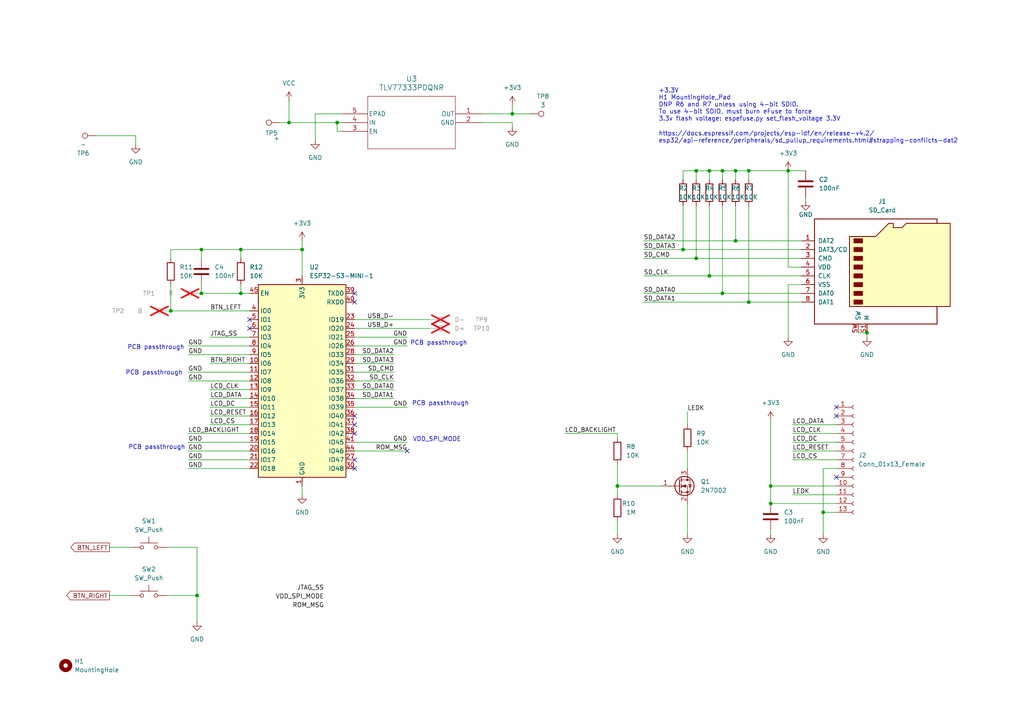
<source format=kicad_sch>
(kicad_sch (version 20250114) (generator "eeschema") (generator_version "9.0")
  (paper "A4")
  (lib_symbols
    (symbol "Connector:Conn_01x13_Female" (pin_names (offset 1.016) (hide yes))
      (property "Reference" "J" (at 0 17.78 0))
      (property "Value" "Conn_01x13_Female" (at 0 -17.78 0))
      (symbol "Conn_01x13_Female_1_1"
        (polyline (pts (xy -1.27 15.24) (xy -0.508 15.24)) (stroke (width 0.1524)))
        (polyline (pts (xy -1.27 12.7) (xy -0.508 12.7)) (stroke (width 0.1524)))
        (polyline (pts (xy -1.27 10.16) (xy -0.508 10.16)) (stroke (width 0.1524)))
        (polyline (pts (xy -1.27 7.62) (xy -0.508 7.62)) (stroke (width 0.1524)))
        (polyline (pts (xy -1.27 5.08) (xy -0.508 5.08)) (stroke (width 0.1524)))
        (polyline (pts (xy -1.27 2.54) (xy -0.508 2.54)) (stroke (width 0.1524)))
        (polyline (pts (xy -1.27 0) (xy -0.508 0)) (stroke (width 0.1524)))
        (polyline (pts (xy -1.27 -2.54) (xy -0.508 -2.54)) (stroke (width 0.1524)))
        (polyline (pts (xy -1.27 -5.08) (xy -0.508 -5.08)) (stroke (width 0.1524)))
        (polyline (pts (xy -1.27 -7.62) (xy -0.508 -7.62)) (stroke (width 0.1524)))
        (polyline (pts (xy -1.27 -10.16) (xy -0.508 -10.16)) (stroke (width 0.1524)))
        (polyline (pts (xy -1.27 -12.7) (xy -0.508 -12.7)) (stroke (width 0.1524)))
        (polyline (pts (xy -1.27 -15.24) (xy -0.508 -15.24)) (stroke (width 0.1524)))
        (arc (start 0 14.732) (mid -0.5058 15.24) (end 0 15.748) (stroke (width 0.1524)))
        (arc (start 0 12.192) (mid -0.5058 12.7) (end 0 13.208) (stroke (width 0.1524)))
        (arc (start 0 9.652) (mid -0.5058 10.16) (end 0 10.668) (stroke (width 0.1524)))
        (arc (start 0 7.112) (mid -0.5058 7.62) (end 0 8.128) (stroke (width 0.1524)))
        (arc (start 0 4.572) (mid -0.5058 5.08) (end 0 5.588) (stroke (width 0.1524)))
        (arc (start 0 2.032) (mid -0.5058 2.54) (end 0 3.048) (stroke (width 0.1524)))
        (arc (start 0 -0.508) (mid -0.5058 0) (end 0 0.508) (stroke (width 0.1524)))
        (arc (start 0 -3.048) (mid -0.5058 -2.54) (end 0 -2.032) (stroke (width 0.1524)))
        (arc (start 0 -5.588) (mid -0.5058 -5.08) (end 0 -4.572) (stroke (width 0.1524)))
        (arc (start 0 -8.128) (mid -0.5058 -7.62) (end 0 -7.112) (stroke (width 0.1524)))
        (arc (start 0 -10.668) (mid -0.5058 -10.16) (end 0 -9.652) (stroke (width 0.1524)))
        (arc (start 0 -13.208) (mid -0.5058 -12.7) (end 0 -12.192) (stroke (width 0.1524)))
        (arc (start 0 -15.748) (mid -0.5058 -15.24) (end 0 -14.732) (stroke (width 0.1524)))
        (pin passive line (at -5.08 15.24 0) (length 3.81) (name "Pin_1") (number "1"))
        (pin passive line (at -5.08 12.7 0) (length 3.81) (name "Pin_2") (number "2"))
        (pin passive line (at -5.08 10.16 0) (length 3.81) (name "Pin_3") (number "3"))
        (pin passive line (at -5.08 7.62 0) (length 3.81) (name "Pin_4") (number "4"))
        (pin passive line (at -5.08 5.08 0) (length 3.81) (name "Pin_5") (number "5"))
        (pin passive line (at -5.08 2.54 0) (length 3.81) (name "Pin_6") (number "6"))
        (pin passive line (at -5.08 0 0) (length 3.81) (name "Pin_7") (number "7"))
        (pin passive line (at -5.08 -2.54 0) (length 3.81) (name "Pin_8") (number "8"))
        (pin passive line (at -5.08 -5.08 0) (length 3.81) (name "Pin_9") (number "9"))
        (pin passive line (at -5.08 -7.62 0) (length 3.81) (name "Pin_10") (number "10"))
        (pin passive line (at -5.08 -10.16 0) (length 3.81) (name "Pin_11") (number "11"))
        (pin passive line (at -5.08 -12.7 0) (length 3.81) (name "Pin_12") (number "12"))
        (pin passive line (at -5.08 -15.24 0) (length 3.81) (name "Pin_13") (number "13"))
      )
    )
    (symbol "Connector:Micro_SD_Card" (pin_names (offset 1.016))
      (property "Reference" "J" (at -16.51 15.24 0))
      (property "Value" "Micro_SD_Card" (at 16.51 15.24 0))
      (symbol "Micro_SD_Card_0_1"
        (polyline (pts (xy -8.89 -11.43) (xy -8.89 8.89) (xy -1.27 8.89) (xy 2.54 12.7) (xy 3.81 12.7) (xy 3.81 11.43) (xy 6.35 11.43) (xy 7.62 12.7) (xy 20.32 12.7) (xy 20.32 -11.43) (xy -8.89 -11.43)) (stroke (width 0.254)) (fill (type background)))
        (rectangle (start -7.62 8.255) (end -5.08 6.985) (fill (type outline)))
        (rectangle (start -7.62 5.715) (end -5.08 4.445) (fill (type outline)))
        (rectangle (start -7.62 3.175) (end -5.08 1.905) (fill (type outline)))
        (rectangle (start -7.62 0.635) (end -5.08 -0.635) (fill (type outline)))
        (rectangle (start -7.62 -1.905) (end -5.08 -3.175) (fill (type outline)))
        (rectangle (start -7.62 -4.445) (end -5.08 -5.715) (fill (type outline)))
        (rectangle (start -7.62 -6.985) (end -5.08 -8.255) (fill (type outline)))
        (rectangle (start -7.62 -9.525) (end -5.08 -10.795) (fill (type outline)))
        (polyline (pts (xy 16.51 12.7) (xy 16.51 13.97) (xy -19.05 13.97) (xy -19.05 -16.51) (xy 16.51 -16.51) (xy 16.51 -11.43)) (stroke (width 0.254)))
      )
      (symbol "Micro_SD_Card_1_1"
        (pin bidirectional line (at -22.86 7.62 0) (length 3.81) (name "DAT2") (number "1"))
        (pin bidirectional line (at -22.86 5.08 0) (length 3.81) (name "DAT3/CD") (number "2"))
        (pin input line (at -22.86 2.54 0) (length 3.81) (name "CMD") (number "3"))
        (pin power_in line (at -22.86 0 0) (length 3.81) (name "VDD") (number "4"))
        (pin input line (at -22.86 -2.54 0) (length 3.81) (name "CLK") (number "5"))
        (pin power_in line (at -22.86 -5.08 0) (length 3.81) (name "VSS") (number "6"))
        (pin bidirectional line (at -22.86 -7.62 0) (length 3.81) (name "DAT0") (number "7"))
        (pin bidirectional line (at -22.86 -10.16 0) (length 3.81) (name "DAT1") (number "8"))
        (pin passive line (at -6.35 -19.05 90) (length 2.54) (name "SW") (number "SW"))
        (pin passive line (at -3.81 -19.05 90) (length 2.54) (name "M") (number "S1"))
        (pin passive line (at -3.81 -19.05 90) (length 2.54) (hide yes) (name "M") (number "S2"))
        (pin passive line (at -3.81 -19.05 90) (length 2.54) (hide yes) (name "M") (number "S3"))
        (pin passive line (at -3.81 -19.05 90) (length 2.54) (hide yes) (name "M") (number "S4"))
      )
    )
    (symbol "Connector:TestPoint" (pin_numbers (hide yes)) (pin_names (offset 0.762) (hide yes))
      (property "Reference" "TP" (at 0 6.858 0))
      (property "Value" "TestPoint" (at 0 5.08 0))
      (symbol "TestPoint_0_1"
        (circle (center 0 3.302) (radius 0.762))
      )
      (symbol "TestPoint_1_1"
        (pin passive line (at 0 0 90) (length 2.54) (name "1") (number "1"))
      )
    )
    (symbol "Device:C" (pin_numbers (hide yes)) (pin_names (offset 0.254))
      (property "Reference" "C" (at 0.635 2.54 0))
      (property "Value" "C" (at 0.635 -2.54 0))
      (symbol "C_0_1"
        (polyline (pts (xy -2.032 0.762) (xy 2.032 0.762)) (stroke (width 0.508)))
        (polyline (pts (xy -2.032 -0.762) (xy 2.032 -0.762)) (stroke (width 0.508)))
      )
      (symbol "C_1_1"
        (pin passive line (at 0 3.81 270) (length 2.794) (name "~") (number "1"))
        (pin passive line (at 0 -3.81 90) (length 2.794) (name "~") (number "2"))
      )
    )
    (symbol "Device:R" (pin_numbers (hide yes)) (pin_names (offset 0))
      (property "Reference" "R" (at 2.032 0 90))
      (property "Value" "R" (at 0 0 90))
      (symbol "R_0_1"
        (rectangle (start -1.016 -2.54) (end 1.016 2.54) (stroke (width 0.254)))
      )
      (symbol "R_1_1"
        (pin passive line (at 0 3.81 270) (length 1.27) (name "~") (number "1"))
        (pin passive line (at 0 -3.81 90) (length 1.27) (name "~") (number "2"))
      )
    )
    (symbol "Mechanical:MountingHole" (pin_names (offset 1.016))
      (property "Reference" "H" (at 0 5.08 0))
      (property "Value" "MountingHole" (at 0 3.175 0))
      (symbol "MountingHole_0_1"
        (circle (center 0 0) (radius 1.27) (stroke (width 1.27)))
      )
    )
    (symbol "RF_Module:ESP32-S3-MINI-1"
      (property "Reference" "U" (at -11.43 29.21 0))
      (property "Value" "ESP32-S3-MINI-1" (at 12.7 29.21 0))
      (symbol "ESP32-S3-MINI-1_0_1"
        (rectangle (start -12.7 27.94) (end 12.7 -27.94) (stroke (width 0.254)) (fill (type background)))
      )
      (symbol "ESP32-S3-MINI-1_1_1"
        (pin input line (at -15.24 25.4 0) (length 2.54) (name "EN") (number "45"))
        (pin bidirectional line (at -15.24 20.32 0) (length 2.54) (name "IO0") (number "4"))
        (pin bidirectional line (at -15.24 17.78 0) (length 2.54) (name "IO1") (number "5"))
        (pin bidirectional line (at -15.24 15.24 0) (length 2.54) (name "IO2") (number "6"))
        (pin bidirectional line (at -15.24 12.7 0) (length 2.54) (name "IO3") (number "7"))
        (pin bidirectional line (at -15.24 10.16 0) (length 2.54) (name "IO4") (number "8"))
        (pin bidirectional line (at -15.24 7.62 0) (length 2.54) (name "IO5") (number "9"))
        (pin bidirectional line (at -15.24 5.08 0) (length 2.54) (name "IO6") (number "10"))
        (pin bidirectional line (at -15.24 2.54 0) (length 2.54) (name "IO7") (number "11"))
        (pin bidirectional line (at -15.24 0 0) (length 2.54) (name "IO8") (number "12"))
        (pin bidirectional line (at -15.24 -2.54 0) (length 2.54) (name "IO9") (number "13"))
        (pin bidirectional line (at -15.24 -5.08 0) (length 2.54) (name "IO10") (number "14"))
        (pin bidirectional line (at -15.24 -7.62 0) (length 2.54) (name "IO11") (number "15"))
        (pin bidirectional line (at -15.24 -10.16 0) (length 2.54) (name "IO12") (number "16"))
        (pin bidirectional line (at -15.24 -12.7 0) (length 2.54) (name "IO13") (number "17"))
        (pin bidirectional line (at -15.24 -15.24 0) (length 2.54) (name "IO14") (number "18"))
        (pin bidirectional line (at -15.24 -17.78 0) (length 2.54) (name "IO15") (number "19"))
        (pin bidirectional line (at -15.24 -20.32 0) (length 2.54) (name "IO16") (number "20"))
        (pin bidirectional line (at -15.24 -22.86 0) (length 2.54) (name "IO17") (number "21"))
        (pin bidirectional line (at -15.24 -25.4 0) (length 2.54) (name "IO18") (number "22"))
        (pin power_in line (at 0 30.48 270) (length 2.54) (name "3V3") (number "3"))
        (pin power_in line (at 0 -30.48 90) (length 2.54) (name "GND") (number "1"))
        (pin passive line (at 0 -30.48 90) (length 2.54) (hide yes) (name "GND") (number "2"))
        (pin passive line (at 0 -30.48 90) (length 2.54) (hide yes) (name "GND") (number "42"))
        (pin passive line (at 0 -30.48 90) (length 2.54) (hide yes) (name "GND") (number "43"))
        (pin passive line (at 0 -30.48 90) (length 2.54) (hide yes) (name "GND") (number "46"))
        (pin passive line (at 0 -30.48 90) (length 2.54) (hide yes) (name "GND") (number "47"))
        (pin passive line (at 0 -30.48 90) (length 2.54) (hide yes) (name "GND") (number "48"))
        (pin passive line (at 0 -30.48 90) (length 2.54) (hide yes) (name "GND") (number "49"))
        (pin passive line (at 0 -30.48 90) (length 2.54) (hide yes) (name "GND") (number "50"))
        (pin passive line (at 0 -30.48 90) (length 2.54) (hide yes) (name "GND") (number "51"))
        (pin passive line (at 0 -30.48 90) (length 2.54) (hide yes) (name "GND") (number "52"))
        (pin passive line (at 0 -30.48 90) (length 2.54) (hide yes) (name "GND") (number "53"))
        (pin passive line (at 0 -30.48 90) (length 2.54) (hide yes) (name "GND") (number "54"))
        (pin passive line (at 0 -30.48 90) (length 2.54) (hide yes) (name "GND") (number "55"))
        (pin passive line (at 0 -30.48 90) (length 2.54) (hide yes) (name "GND") (number "56"))
        (pin passive line (at 0 -30.48 90) (length 2.54) (hide yes) (name "GND") (number "57"))
        (pin passive line (at 0 -30.48 90) (length 2.54) (hide yes) (name "GND") (number "58"))
        (pin passive line (at 0 -30.48 90) (length 2.54) (hide yes) (name "GND") (number "59"))
        (pin passive line (at 0 -30.48 90) (length 2.54) (hide yes) (name "GND") (number "60"))
        (pin passive line (at 0 -30.48 90) (length 2.54) (hide yes) (name "GND") (number "61"))
        (pin passive line (at 0 -30.48 90) (length 2.54) (hide yes) (name "GND") (number "62"))
        (pin passive line (at 0 -30.48 90) (length 2.54) (hide yes) (name "GND") (number "63"))
        (pin passive line (at 0 -30.48 90) (length 2.54) (hide yes) (name "GND") (number "64"))
        (pin passive line (at 0 -30.48 90) (length 2.54) (hide yes) (name "GND") (number "65"))
        (pin bidirectional line (at 15.24 25.4 180) (length 2.54) (name "TXD0") (number "39"))
        (pin bidirectional line (at 15.24 22.86 180) (length 2.54) (name "RXD0") (number "40"))
        (pin bidirectional line (at 15.24 17.78 180) (length 2.54) (name "IO19") (number "23"))
        (pin bidirectional line (at 15.24 15.24 180) (length 2.54) (name "IO20") (number "24"))
        (pin bidirectional line (at 15.24 12.7 180) (length 2.54) (name "IO21") (number "25"))
        (pin bidirectional line (at 15.24 10.16 180) (length 2.54) (name "IO26") (number "26"))
        (pin bidirectional line (at 15.24 7.62 180) (length 2.54) (name "IO33") (number "28"))
        (pin bidirectional line (at 15.24 5.08 180) (length 2.54) (name "IO34") (number "29"))
        (pin bidirectional line (at 15.24 2.54 180) (length 2.54) (name "IO35") (number "31"))
        (pin bidirectional line (at 15.24 0 180) (length 2.54) (name "IO36") (number "32"))
        (pin bidirectional line (at 15.24 -2.54 180) (length 2.54) (name "IO37") (number "33"))
        (pin bidirectional line (at 15.24 -5.08 180) (length 2.54) (name "IO38") (number "34"))
        (pin bidirectional line (at 15.24 -7.62 180) (length 2.54) (name "IO39") (number "35"))
        (pin bidirectional line (at 15.24 -10.16 180) (length 2.54) (name "IO40") (number "36"))
        (pin bidirectional line (at 15.24 -12.7 180) (length 2.54) (name "IO41") (number "37"))
        (pin bidirectional line (at 15.24 -15.24 180) (length 2.54) (name "IO42") (number "38"))
        (pin bidirectional line (at 15.24 -17.78 180) (length 2.54) (name "IO45") (number "41"))
        (pin bidirectional line (at 15.24 -20.32 180) (length 2.54) (name "IO46") (number "44"))
        (pin bidirectional line (at 15.24 -22.86 180) (length 2.54) (name "IO47") (number "27"))
        (pin bidirectional line (at 15.24 -25.4 180) (length 2.54) (name "IO48") (number "30"))
      )
    )
    (symbol "Regulator_Linear - TLV773:TLV77333PDQNR" (pin_names (offset 0.254))
      (property "Reference" "U" (at 20.32 10.16 0))
      (property "Value" "TLV77333PDQNR" (at 20.32 7.62 0))
      (symbol "TLV77333PDQNR_0_1"
        (polyline (pts (xy 7.62 5.08) (xy 7.62 -10.16)) (stroke (width 0.127)))
        (polyline (pts (xy 7.62 -10.16) (xy 33.02 -10.16)) (stroke (width 0.127)))
        (polyline (pts (xy 33.02 5.08) (xy 7.62 5.08)) (stroke (width 0.127)))
        (polyline (pts (xy 33.02 -10.16) (xy 33.02 5.08)) (stroke (width 0.127)))
        (pin output line (at 0 0 0) (length 7.62) (name "OUT") (number "1"))
        (pin power_out line (at 0 -2.54 0) (length 7.62) (name "GND") (number "2"))
        (pin power_out line (at 40.64 0 180) (length 7.62) (name "EPAD") (number "5"))
        (pin input line (at 40.64 -2.54 180) (length 7.62) (name "IN") (number "4"))
        (pin input line (at 40.64 -5.08 180) (length 7.62) (name "EN") (number "3"))
      )
    )
    (symbol "Switch:SW_Push" (pin_numbers (hide yes)) (pin_names (offset 1.016) (hide yes))
      (property "Reference" "SW" (at 1.27 2.54 0))
      (property "Value" "SW_Push" (at 0 -1.524 0))
      (symbol "SW_Push_0_1"
        (circle (center -2.032 0) (radius 0.508))
        (polyline (pts (xy 0 1.27) (xy 0 3.048)))
        (circle (center 2.032 0) (radius 0.508))
        (polyline (pts (xy 2.54 1.27) (xy -2.54 1.27)))
        (pin passive line (at -5.08 0 0) (length 2.54) (name "1") (number "1"))
        (pin passive line (at 5.08 0 180) (length 2.54) (name "2") (number "2"))
      )
    )
    (symbol "Transistor_FET:2N7002" (pin_names (hide yes))
      (property "Reference" "Q" (at 5.08 1.905 0))
      (property "Value" "2N7002" (at 5.08 0 0))
      (symbol "2N7002_0_1"
        (polyline (pts (xy 0.254 1.905) (xy 0.254 -1.905)) (stroke (width 0.254)))
        (polyline (pts (xy 0.254 0) (xy -2.54 0)))
        (polyline (pts (xy 0.762 2.286) (xy 0.762 1.27)) (stroke (width 0.254)))
        (polyline (pts (xy 0.762 0.508) (xy 0.762 -0.508)) (stroke (width 0.254)))
        (polyline (pts (xy 0.762 -1.27) (xy 0.762 -2.286)) (stroke (width 0.254)))
        (polyline (pts (xy 0.762 -1.778) (xy 3.302 -1.778) (xy 3.302 1.778) (xy 0.762 1.778)))
        (polyline (pts (xy 1.016 0) (xy 2.032 0.381) (xy 2.032 -0.381) (xy 1.016 0)) (fill (type outline)))
        (circle (center 1.651 0) (radius 2.794) (stroke (width 0.254)))
        (polyline (pts (xy 2.54 2.54) (xy 2.54 1.778)))
        (circle (center 2.54 1.778) (radius 0.254) (fill (type outline)))
        (circle (center 2.54 -1.778) (radius 0.254) (fill (type outline)))
        (polyline (pts (xy 2.54 -2.54) (xy 2.54 0) (xy 0.762 0)))
        (polyline (pts (xy 2.794 0.508) (xy 2.921 0.381) (xy 3.683 0.381) (xy 3.81 0.254)))
        (polyline (pts (xy 3.302 0.381) (xy 2.921 -0.254) (xy 3.683 -0.254) (xy 3.302 0.381)))
      )
      (symbol "2N7002_1_1"
        (pin input line (at -5.08 0 0) (length 2.54) (name "G") (number "1"))
        (pin passive line (at 2.54 5.08 270) (length 2.54) (name "D") (number "3"))
        (pin passive line (at 2.54 -5.08 90) (length 2.54) (name "S") (number "2"))
      )
    )
    (symbol "power:+3V3" (power) (pin_names (offset 0))
      (property "Value" "+3V3" (at 0 3.556 0))
      (symbol "+3V3_0_1"
        (polyline (pts (xy -0.762 1.27) (xy 0 2.54)))
        (polyline (pts (xy 0 2.54) (xy 0.762 1.27)))
        (polyline (pts (xy 0 0) (xy 0 2.54)))
      )
      (symbol "+3V3_1_1"
        (pin power_in line (at 0 0 90) (length 0) (hide yes) (name "+3V3") (number "1"))
      )
    )
    (symbol "power:+5V" (power) (pin_numbers (hide yes)) (pin_names (offset 0) (hide yes))
      (property "Value" "+5V" (at 0 3.556 0))
      (symbol "+5V_0_1"
        (polyline (pts (xy -0.762 1.27) (xy 0 2.54)))
        (polyline (pts (xy 0 2.54) (xy 0.762 1.27)))
        (polyline (pts (xy 0 0) (xy 0 2.54)))
      )
      (symbol "+5V_1_1"
        (pin power_in line (at 0 0 90) (length 0) (name "~") (number "1"))
      )
    )
    (symbol "power:GND" (power) (pin_names (offset 0))
      (property "Value" "GND" (at 0 -3.81 0))
      (symbol "GND_0_1"
        (polyline (pts (xy 0 0) (xy 0 -1.27) (xy 1.27 -1.27) (xy 0 -2.54) (xy -1.27 -1.27) (xy 0 -1.27)))
      )
      (symbol "GND_1_1"
        (pin power_in line (at 0 0 270) (length 0) (hide yes) (name "GND") (number "1"))
      )
    )
  )
  (text "PCB passthrough" (at 45.466 129.794 0) (effects (font (size 1.27 1.27))))
  (text "\nhttps://docs.espressif.com/projects/esp-idf/en/release-v4.2/ \nesp32/api-reference/peripherals/sd_pullup_requirements.html#strapping-conflicts-dat2" (at 191.008 41.656 0) (effects (font (size 1.27 1.27)) (justify left bottom)))
  (text "PCB passthrough" (at 127.762 117.094 0) (effects (font (size 1.27 1.27))))
  (text "+3.3V\nH1 MountingHole_Pad\nDNP R6 and R7 unless using 4-bit SDIO.\nTo use 4-bit SDIO, must burn eFuse to force\n3.3v flash voltage: espefuse.py set_flash_voltage 3.3V" (at 191.008 35.306 0) (effects (font (size 1.27 1.27)) (justify left bottom)))
  (text "PCB passthrough" (at 45.212 100.838 0) (effects (font (size 1.27 1.27))))
  (text "PCB passthrough" (at 127.254 99.568 0) (effects (font (size 1.27 1.27))))
  (text "VDD_SPI_MODE\n" (at 126.746 127.508 0) (effects (font (size 1.27 1.27))))
  (text "PCB passthrough" (at 44.704 108.204 0) (effects (font (size 1.27 1.27))))
  (junction (at 223.52 140.97))
  (junction (at 217.17 49.53))
  (junction (at 209.55 85.09))
  (junction (at 57.15 172.72))
  (junction (at 148.59 33.02))
  (junction (at 223.52 146.05))
  (junction (at 201.93 74.93))
  (junction (at 205.74 80.01))
  (junction (at 58.42 72.39))
  (junction (at 213.36 69.85))
  (junction (at 69.85 72.39))
  (junction (at 83.82 35.56))
  (junction (at 87.63 72.39))
  (junction (at 205.74 49.53))
  (junction (at 58.42 85.09))
  (junction (at 97.79 35.56))
  (junction (at 49.53 90.17))
  (junction (at 179.07 140.97))
  (junction (at 213.36 49.53))
  (junction (at 238.76 148.59))
  (junction (at 228.6 49.53))
  (junction (at 251.46 96.52))
  (junction (at 69.85 85.09))
  (junction (at 209.55 49.53))
  (junction (at 198.12 72.39))
  (junction (at 217.17 87.63))
  (junction (at 201.93 49.53))
  (no_connect (at 242.57 118.11))
  (no_connect (at 72.39 92.71))
  (no_connect (at 242.57 138.43))
  (no_connect (at 102.87 135.89))
  (no_connect (at 118.11 130.81))
  (no_connect (at 102.87 133.35))
  (no_connect (at 102.87 87.63))
  (no_connect (at 102.87 120.65))
  (no_connect (at 102.87 123.19))
  (no_connect (at 242.57 120.65))
  (no_connect (at 72.39 95.25))
  (no_connect (at 102.87 125.73))
  (no_connect (at 102.87 85.09))
  (wire (pts (xy 229.87 130.81) (xy 242.57 130.81)))
  (wire (pts (xy 248.92 96.52) (xy 251.46 96.52)))
  (wire (pts (xy 58.42 72.39) (xy 58.42 74.93)))
  (wire (pts (xy 91.44 33.02) (xy 99.06 33.02)))
  (wire (pts (xy 186.69 87.63) (xy 217.17 87.63)))
  (wire (pts (xy 198.12 72.39) (xy 232.41 72.39)))
  (wire (pts (xy 60.96 113.03) (xy 72.39 113.03)))
  (wire (pts (xy 54.61 125.73) (xy 72.39 125.73)))
  (wire (pts (xy 223.52 140.97) (xy 242.57 140.97)))
  (wire (pts (xy 99.06 38.1) (xy 97.79 38.1)))
  (wire (pts (xy 205.74 49.53) (xy 209.55 49.53)))
  (wire (pts (xy 232.41 82.55) (xy 228.6 82.55)))
  (wire (pts (xy 228.6 77.47) (xy 232.41 77.47)))
  (wire (pts (xy 209.55 59.69) (xy 209.55 85.09)))
  (wire (pts (xy 228.6 82.55) (xy 228.6 97.79)))
  (wire (pts (xy 54.61 100.33) (xy 72.39 100.33)))
  (wire (pts (xy 238.76 148.59) (xy 242.57 148.59)))
  (wire (pts (xy 57.15 158.75) (xy 57.15 172.72)))
  (wire (pts (xy 60.96 123.19) (xy 72.39 123.19)))
  (wire (pts (xy 60.96 105.41) (xy 72.39 105.41)))
  (wire (pts (xy 213.36 59.69) (xy 213.36 69.85)))
  (wire (pts (xy 102.87 105.41) (xy 114.3 105.41)))
  (wire (pts (xy 102.87 118.11) (xy 118.11 118.11)))
  (wire (pts (xy 179.07 151.13) (xy 179.07 154.94)))
  (wire (pts (xy 233.68 49.53) (xy 228.6 49.53)))
  (wire (pts (xy 217.17 49.53) (xy 217.17 52.07)))
  (wire (pts (xy 60.96 120.65) (xy 72.39 120.65)))
  (wire (pts (xy 205.74 49.53) (xy 205.74 52.07)))
  (wire (pts (xy 229.87 128.27) (xy 242.57 128.27)))
  (wire (pts (xy 201.93 74.93) (xy 232.41 74.93)))
  (wire (pts (xy 27.94 39.37) (xy 39.37 39.37)))
  (wire (pts (xy 69.85 85.09) (xy 72.39 85.09)))
  (wire (pts (xy 69.85 82.55) (xy 69.85 85.09)))
  (wire (pts (xy 102.87 130.81) (xy 118.11 130.81)))
  (wire (pts (xy 209.55 49.53) (xy 209.55 52.07)))
  (wire (pts (xy 201.93 59.69) (xy 201.93 74.93)))
  (wire (pts (xy 54.61 135.89) (xy 72.39 135.89)))
  (wire (pts (xy 186.69 85.09) (xy 209.55 85.09)))
  (wire (pts (xy 102.87 102.87) (xy 114.3 102.87)))
  (wire (pts (xy 69.85 72.39) (xy 69.85 74.93)))
  (wire (pts (xy 54.61 110.49) (xy 72.39 110.49)))
  (wire (pts (xy 186.69 72.39) (xy 198.12 72.39)))
  (wire (pts (xy 87.63 69.85) (xy 87.63 72.39)))
  (wire (pts (xy 60.96 118.11) (xy 72.39 118.11)))
  (wire (pts (xy 31.75 172.72) (xy 38.1 172.72)))
  (wire (pts (xy 83.82 35.56) (xy 97.79 35.56)))
  (wire (pts (xy 217.17 59.69) (xy 217.17 87.63)))
  (wire (pts (xy 60.96 97.79) (xy 72.39 97.79)))
  (wire (pts (xy 209.55 85.09) (xy 232.41 85.09)))
  (wire (pts (xy 148.59 35.56) (xy 139.7 35.56)))
  (wire (pts (xy 179.07 125.73) (xy 179.07 127)))
  (wire (pts (xy 83.82 29.21) (xy 83.82 35.56)))
  (wire (pts (xy 58.42 82.55) (xy 58.42 85.09)))
  (wire (pts (xy 49.53 90.17) (xy 72.39 90.17)))
  (wire (pts (xy 48.26 158.75) (xy 57.15 158.75)))
  (wire (pts (xy 199.39 130.81) (xy 199.39 135.89)))
  (wire (pts (xy 102.87 100.33) (xy 118.11 100.33)))
  (wire (pts (xy 229.87 133.35) (xy 242.57 133.35)))
  (wire (pts (xy 49.53 82.55) (xy 49.53 90.17)))
  (wire (pts (xy 205.74 59.69) (xy 205.74 80.01)))
  (wire (pts (xy 54.61 102.87) (xy 72.39 102.87)))
  (wire (pts (xy 102.87 110.49) (xy 114.3 110.49)))
  (wire (pts (xy 148.59 33.02) (xy 139.7 33.02)))
  (wire (pts (xy 58.42 85.09) (xy 69.85 85.09)))
  (wire (pts (xy 229.87 143.51) (xy 242.57 143.51)))
  (wire (pts (xy 81.28 35.56) (xy 83.82 35.56)))
  (wire (pts (xy 213.36 49.53) (xy 213.36 52.07)))
  (wire (pts (xy 223.52 153.67) (xy 223.52 154.94)))
  (wire (pts (xy 163.83 125.73) (xy 179.07 125.73)))
  (wire (pts (xy 87.63 140.97) (xy 87.63 143.51)))
  (wire (pts (xy 97.79 35.56) (xy 97.79 38.1)))
  (wire (pts (xy 148.59 36.83) (xy 148.59 35.56)))
  (wire (pts (xy 102.87 113.03) (xy 114.3 113.03)))
  (wire (pts (xy 179.07 140.97) (xy 179.07 143.51)))
  (wire (pts (xy 31.75 158.75) (xy 38.1 158.75)))
  (wire (pts (xy 148.59 33.02) (xy 153.67 33.02)))
  (wire (pts (xy 229.87 125.73) (xy 242.57 125.73)))
  (wire (pts (xy 87.63 72.39) (xy 87.63 80.01)))
  (wire (pts (xy 201.93 49.53) (xy 205.74 49.53)))
  (wire (pts (xy 49.53 74.93) (xy 49.53 72.39)))
  (wire (pts (xy 199.39 119.38) (xy 199.39 123.19)))
  (wire (pts (xy 198.12 49.53) (xy 201.93 49.53)))
  (wire (pts (xy 186.69 80.01) (xy 205.74 80.01)))
  (wire (pts (xy 57.15 172.72) (xy 48.26 172.72)))
  (wire (pts (xy 238.76 148.59) (xy 238.76 154.94)))
  (wire (pts (xy 102.87 107.95) (xy 114.3 107.95)))
  (wire (pts (xy 251.46 96.52) (xy 251.46 97.79)))
  (wire (pts (xy 198.12 52.07) (xy 198.12 49.53)))
  (wire (pts (xy 39.37 39.37) (xy 39.37 41.91)))
  (wire (pts (xy 179.07 140.97) (xy 179.07 134.62)))
  (wire (pts (xy 228.6 49.53) (xy 228.6 77.47)))
  (wire (pts (xy 91.44 40.64) (xy 91.44 33.02)))
  (wire (pts (xy 69.85 72.39) (xy 87.63 72.39)))
  (wire (pts (xy 148.59 30.48) (xy 148.59 33.02)))
  (wire (pts (xy 242.57 146.05) (xy 223.52 146.05)))
  (wire (pts (xy 54.61 130.81) (xy 72.39 130.81)))
  (wire (pts (xy 213.36 69.85) (xy 232.41 69.85)))
  (wire (pts (xy 186.69 69.85) (xy 213.36 69.85)))
  (wire (pts (xy 229.87 123.19) (xy 242.57 123.19)))
  (wire (pts (xy 102.87 115.57) (xy 114.3 115.57)))
  (wire (pts (xy 242.57 135.89) (xy 238.76 135.89)))
  (wire (pts (xy 54.61 128.27) (xy 72.39 128.27)))
  (wire (pts (xy 58.42 72.39) (xy 69.85 72.39)))
  (wire (pts (xy 57.15 180.34) (xy 57.15 172.72)))
  (wire (pts (xy 233.68 57.15) (xy 233.68 58.42)))
  (wire (pts (xy 213.36 49.53) (xy 217.17 49.53)))
  (wire (pts (xy 198.12 59.69) (xy 198.12 72.39)))
  (wire (pts (xy 54.61 107.95) (xy 72.39 107.95)))
  (wire (pts (xy 223.52 121.92) (xy 223.52 140.97)))
  (wire (pts (xy 102.87 128.27) (xy 118.11 128.27)))
  (wire (pts (xy 54.61 133.35) (xy 72.39 133.35)))
  (wire (pts (xy 201.93 49.53) (xy 201.93 52.07)))
  (wire (pts (xy 205.74 80.01) (xy 232.41 80.01)))
  (wire (pts (xy 97.79 35.56) (xy 99.06 35.56)))
  (wire (pts (xy 238.76 135.89) (xy 238.76 148.59)))
  (wire (pts (xy 186.69 74.93) (xy 201.93 74.93)))
  (wire (pts (xy 217.17 87.63) (xy 232.41 87.63)))
  (wire (pts (xy 199.39 146.05) (xy 199.39 154.94)))
  (wire (pts (xy 217.17 49.53) (xy 228.6 49.53)))
  (wire (pts (xy 209.55 49.53) (xy 213.36 49.53)))
  (wire (pts (xy 102.87 95.25) (xy 124.46 95.25)))
  (wire (pts (xy 49.53 72.39) (xy 58.42 72.39)))
  (wire (pts (xy 60.96 115.57) (xy 72.39 115.57)))
  (wire (pts (xy 223.52 146.05) (xy 223.52 140.97)))
  (wire (pts (xy 102.87 92.71) (xy 124.46 92.71)))
  (wire (pts (xy 191.77 140.97) (xy 179.07 140.97)))
  (wire (pts (xy 102.87 97.79) (xy 118.11 97.79)))
  (label "BTN_RIGHT" (at 60.96 105.41 0))
  (label "GND" (at 54.61 135.89 0))
  (label "LCD_DC" (at 229.87 128.27 0))
  (label "SD_DATA0" (at 186.69 85.09 0))
  (label "GND" (at 54.61 133.35 0))
  (label "SD_CLK" (at 114.3 110.49 180))
  (label "SD_DATA2" (at 114.3 102.87 180))
  (label "JTAG_SS" (at 93.98 171.45 180))
  (label "GND" (at 54.61 110.49 0))
  (label "LCD_RESET" (at 229.87 130.81 0))
  (label "GND" (at 54.61 107.95 0))
  (label "LCD_CS" (at 60.96 123.19 0))
  (label "GND" (at 54.61 102.87 0))
  (label "SD_DATA1" (at 114.3 115.57 180))
  (label "GND" (at 118.11 128.27 180))
  (label "VDD_SPI_MODE" (at 93.98 173.99 180))
  (label "USB_D-" (at 114.3 92.71 180))
  (label "LCD_CLK" (at 60.96 113.03 0))
  (label "SD_DATA2" (at 186.69 69.85 0))
  (label "SD_CMD" (at 186.69 74.93 0))
  (label "ROM_MSG" (at 93.98 176.53 180))
  (label "LCD_RESET" (at 60.96 120.65 0))
  (label "SD_CLK" (at 186.69 80.01 0))
  (label "SD_DATA1" (at 186.69 87.63 0))
  (label "GND" (at 54.61 128.27 0))
  (label "GND" (at 118.11 118.11 180))
  (label "BTN_LEFT" (at 60.96 90.17 0))
  (label "GND" (at 54.61 130.81 0))
  (label "GND" (at 54.61 100.33 0))
  (label "LCD_BACKLIGHT" (at 54.61 125.73 0))
  (label "ROM_MSG" (at 118.11 130.81 180))
  (label "SD_CMD" (at 114.3 107.95 180))
  (label "SD_DATA3" (at 186.69 72.39 0))
  (label "GND" (at 118.11 100.33 180))
  (label "LCD_DC" (at 60.96 118.11 0))
  (label "LCD_CLK" (at 229.87 125.73 0))
  (label "LCD_DATA" (at 229.87 123.19 0))
  (label "LCD_CS" (at 229.87 133.35 0))
  (label "LCD_BACKLIGHT" (at 163.83 125.73 0))
  (label "SD_DATA3" (at 114.3 105.41 180))
  (label "SD_DATA0" (at 114.3 113.03 180))
  (label "LCD_DATA" (at 60.96 115.57 0))
  (label "JTAG_SS" (at 60.96 97.79 0))
  (label "LEDK" (at 229.87 143.51 0))
  (label "GND" (at 118.11 97.79 180))
  (label "LEDK" (at 199.39 119.38 0))
  (label "USB_D+" (at 114.3 95.25 180))
  (global_label "BTN_LEFT" (shape output) (at 31.75 158.75 180) (property "Intersheetrefs" "${INTERSHEET_REFS}" (effects (hide yes))))
  (global_label "BTN_RIGHT" (shape output) (at 31.75 172.72 180) (property "Intersheetrefs" "${INTERSHEET_REFS}" (effects (hide yes))))
  (symbol (lib_id "power:GND") (at 148.59 36.83 0) (unit 1)
    (property "Reference" "#PWR02" (effects (hide yes)))
    (property "Value" "GND" (at 148.59 41.91 0))
  )
  (symbol (lib_id "power:+5V") (at 83.82 29.21 0) (unit 1)
    (property "Reference" "#PWR05" (effects (hide yes)))
    (property "Value" "VCC" (at 83.82 24.13 0))
    (property "Description" "Power symbol creates a global label with name \"+5V\"" (effects (hide yes)))
  )
  (symbol (lib_id "Connector:TestPoint") (at 58.42 85.09 90) (unit 1) (dnp yes)
    (property "Reference" "TP1" (at 43.18 85.09 90))
    (property "Value" "R" (at 49.53 85.09 90))
    (property "Footprint" "TestPoint:TestPoint_Pad_D1.0mm" (effects (hide yes)))
  )
  (symbol (lib_id "Device:R") (at 69.85 78.74 0) (unit 1)
    (property "Reference" "R12" (at 72.39 77.47 0) (effects (justify left)))
    (property "Value" "10K" (at 72.39 80.01 0) (effects (justify left)))
    (property "Footprint" "Resistor_SMD:R_0402_1005Metric" (effects (hide yes)))
  )
  (symbol (lib_id "Connector:TestPoint") (at 153.67 33.02 270) (unit 1)
    (property "Reference" "TP8" (at 157.48 27.94 90))
    (property "Value" "3" (at 157.48 30.48 90))
    (property "Footprint" "TestPoint:TestPoint_Pad_D1.0mm" (effects (hide yes)))
  )
  (symbol (lib_id "Switch:SW_Push") (at 43.18 158.75 0) (unit 1)
    (property "Reference" "SW1" (at 43.18 151.13 0))
    (property "Value" "SW_Push" (at 43.18 153.67 0))
    (property "Footprint" "Button_Switch_SMD:SW_SPST_E-switch_ETL3780AF240QG" (effects (hide yes)))
  )
  (symbol (lib_id "power:+3V3") (at 223.52 121.92 0) (unit 1)
    (property "Reference" "#PWR013" (effects (hide yes)))
    (property "Value" "+3V3" (at 223.52 116.84 0))
  )
  (symbol (lib_id "power:+3V3") (at 148.59 30.48 0) (unit 1)
    (property "Reference" "#PWR01" (effects (hide yes)))
    (property "Value" "+3V3" (at 148.59 25.4 0))
  )
  (symbol (lib_id "RF_Module:ESP32-S3-MINI-1") (at 87.63 110.49 0) (unit 1)
    (property "Reference" "U2" (at 89.7733 77.47 0) (effects (justify left)))
    (property "Value" "ESP32-S3-MINI-1" (at 89.7733 80.01 0) (effects (justify left)))
    (property "Footprint" "RF_Module:ESP32-S2-MINI-1" (effects (hide yes)))
    (property "Datasheet" "https://www.espressif.com/sites/default/files/documentation/esp32-s3-mini-1_mini-1u_datasheet_en.pdf" (effects (hide yes)))
    (property "Description" "RF Module, ESP32-S3 SoC, Wi-Fi 802.11b/g/n, Bluetooth, BLE, 32-bit, 3.3V, SMD, onboard antenna" (effects (hide yes)))
  )
  (symbol (lib_id "power:GND") (at 39.37 41.91 0) (unit 1)
    (property "Reference" "#PWR016" (effects (hide yes)))
    (property "Value" "GND" (at 39.37 46.99 0))
  )
  (symbol (lib_id "Connector:TestPoint") (at 81.28 35.56 90) (unit 1)
    (property "Reference" "TP5" (at 78.74 38.608 90))
    (property "Value" "+" (at 80.264 40.132 90))
    (property "Footprint" "TestPoint:TestPoint_Pad_D2.0mm" (effects (hide yes)))
  )
  (symbol (lib_id "power:GND") (at 199.39 154.94 0) (unit 1)
    (property "Reference" "#PWR09" (effects (hide yes)))
    (property "Value" "GND" (at 199.39 160.02 0))
  )
  (symbol (lib_id "Connector:Micro_SD_Card") (at 255.27 77.47 0) (unit 1)
    (property "Reference" "J1" (at 255.905 58.42 0))
    (property "Value" "SD_Card" (at 255.905 60.96 0))
    (property "Footprint" "Connector_Card:microSD_HC_Molex_47352-1001" (effects (hide yes)))
    (property "Datasheet" "http://katalog.we-online.de/em/datasheet/693072010801.pdf" (effects (hide yes)))
  )
  (symbol (lib_id "Connector:Conn_01x13_Female") (at 247.65 133.35 0) (unit 1)
    (property "Reference" "J2" (at 248.92 132.08 0) (effects (justify left)))
    (property "Value" "Conn_01x13_Female" (at 248.92 134.62 0) (effects (justify left)))
    (property "Footprint" "Display:LH114T_IG01" (effects (hide yes)))
  )
  (symbol (lib_id "Device:R") (at 179.07 147.32 0) (unit 1)
    (property "Reference" "R10" (at 180.34 146.05 0) (effects (justify left)))
    (property "Value" "1M" (at 181.61 148.59 0) (effects (justify left)))
    (property "Footprint" "Resistor_SMD:R_0402_1005Metric" (effects (hide yes)))
  )
  (symbol (lib_id "power:GND") (at 238.76 154.94 0) (unit 1)
    (property "Reference" "#PWR012" (effects (hide yes)))
    (property "Value" "GND" (at 238.76 160.02 0))
  )
  (symbol (lib_id "Device:R") (at 205.74 55.88 0) (unit 1)
    (property "Reference" "R4" (at 204.47 54.61 0) (effects (justify left)))
    (property "Value" "10K" (at 204.47 57.15 0) (effects (justify left)))
    (property "Footprint" "Resistor_SMD:R_0402_1005Metric" (effects (hide yes)))
  )
  (symbol (lib_id "power:+3V3") (at 87.63 69.85 0) (unit 1)
    (property "Reference" "#PWR08" (effects (hide yes)))
    (property "Value" "+3V3" (at 87.63 64.77 0))
  )
  (symbol (lib_id "power:+3V3") (at 228.6 49.53 0) (unit 1)
    (property "Reference" "#PWR07" (effects (hide yes)))
    (property "Value" "+3V3" (at 228.6 44.45 0))
  )
  (symbol (lib_id "power:GND") (at 223.52 154.94 0) (unit 1)
    (property "Reference" "#PWR014" (effects (hide yes)))
    (property "Value" "GND" (at 223.52 160.02 0))
  )
  (symbol (lib_id "power:GND") (at 91.44 40.64 0) (unit 1)
    (property "Reference" "#PWR04" (effects (hide yes)))
    (property "Value" "GND" (at 91.44 45.72 0))
  )
  (symbol (lib_id "power:GND") (at 233.68 58.42 0) (unit 1)
    (property "Reference" "#PWR011" (effects (hide yes)))
    (property "Value" "GND" (at 233.68 62.23 0))
  )
  (symbol (lib_id "Switch:SW_Push") (at 43.18 172.72 0) (unit 1)
    (property "Reference" "SW2" (at 43.18 165.1 0))
    (property "Value" "SW_Push" (at 43.18 167.64 0))
    (property "Footprint" "Button_Switch_SMD:SW_SPST_E-switch_ETL3780AF240QG" (effects (hide yes)))
  )
  (symbol (lib_id "Device:R") (at 209.55 55.88 0) (unit 1)
    (property "Reference" "R5" (at 208.28 54.61 0) (effects (justify left)))
    (property "Value" "10K" (at 208.28 57.15 0) (effects (justify left)))
    (property "Footprint" "Resistor_SMD:R_0402_1005Metric" (effects (hide yes)))
  )
  (symbol (lib_id "Device:R") (at 179.07 130.81 0) (unit 1)
    (property "Reference" "R8" (at 181.61 129.54 0) (effects (justify left)))
    (property "Value" "10K" (at 181.61 132.08 0) (effects (justify left)))
    (property "Footprint" "Resistor_SMD:R_0402_1005Metric" (effects (hide yes)))
  )
  (symbol (lib_id "Device:R") (at 201.93 55.88 0) (unit 1)
    (property "Reference" "R3" (at 200.66 54.61 0) (effects (justify left)))
    (property "Value" "10K" (at 200.66 57.15 0) (effects (justify left)))
    (property "Footprint" "Resistor_SMD:R_0402_1005Metric" (effects (hide yes)))
  )
  (symbol (lib_id "Regulator_Linear - TLV773:TLV77333PDQNR") (at 139.7 33.02 0) (mirror y) (unit 1)
    (property "Reference" "U3" (at 119.38 22.86 0) (effects (font (size 1.524 1.524))))
    (property "Value" "TLV77333PDQNR" (at 119.38 25.4 0) (effects (font (size 1.524 1.524))))
    (property "Footprint" "X2SON_DQN4_TEX" (effects (hide yes)))
    (property "Datasheet" "https://www.ti.com/lit/gpn/tlv773" (effects (hide yes)))
  )
  (symbol (lib_id "power:GND") (at 57.15 180.34 0) (unit 1)
    (property "Reference" "#PWR03" (effects (hide yes)))
    (property "Value" "GND" (at 57.15 185.42 0))
  )
  (symbol (lib_id "Device:R") (at 199.39 127 0) (unit 1)
    (property "Reference" "R9" (at 201.93 125.73 0) (effects (justify left)))
    (property "Value" "10K" (at 201.93 128.27 0) (effects (justify left)))
    (property "Footprint" "Resistor_SMD:R_0402_1005Metric" (effects (hide yes)))
  )
  (symbol (lib_id "power:GND") (at 251.46 97.79 0) (unit 1)
    (property "Reference" "#PWR017" (effects (hide yes)))
    (property "Value" "GND" (at 251.46 102.87 0))
  )
  (symbol (lib_id "power:GND") (at 179.07 154.94 0) (unit 1)
    (property "Reference" "#PWR010" (effects (hide yes)))
    (property "Value" "GND" (at 179.07 160.02 0))
  )
  (symbol (lib_id "power:GND") (at 228.6 97.79 0) (unit 1)
    (property "Reference" "#PWR06" (effects (hide yes)))
    (property "Value" "GND" (at 228.6 102.87 0))
  )
  (symbol (lib_id "Device:R") (at 213.36 55.88 0) (unit 1)
    (property "Reference" "R6" (at 212.09 54.61 0) (effects (justify left)))
    (property "Value" "10K" (at 212.09 57.15 0) (effects (justify left)))
    (property "Footprint" "Resistor_SMD:R_0402_1005Metric" (effects (hide yes)))
  )
  (symbol (lib_id "Connector:TestPoint") (at 124.46 92.71 270) (unit 1) (dnp yes)
    (property "Reference" "TP9" (at 139.7 92.71 90))
    (property "Value" "D-" (at 133.35 92.71 90))
    (property "Footprint" "TestPoint:TestPoint_Pad_D1.0mm" (effects (hide yes)))
  )
  (symbol (lib_id "Device:R") (at 217.17 55.88 0) (unit 1)
    (property "Reference" "R7" (at 215.9 54.61 0) (effects (justify left)))
    (property "Value" "10K" (at 215.9 57.15 0) (effects (justify left)))
    (property "Footprint" "Resistor_SMD:R_0402_1005Metric" (effects (hide yes)))
  )
  (symbol (lib_id "Connector:TestPoint") (at 49.53 90.17 90) (unit 1) (dnp yes)
    (property "Reference" "TP2" (at 34.29 90.17 90))
    (property "Value" "B" (at 40.64 90.17 90))
    (property "Footprint" "TestPoint:TestPoint_Pad_D1.0mm" (effects (hide yes)))
  )
  (symbol (lib_id "Connector:TestPoint") (at 124.46 95.25 270) (unit 1) (dnp yes)
    (property "Reference" "TP10" (at 139.7 95.25 90))
    (property "Value" "D+" (at 133.35 95.25 90))
    (property "Footprint" "TestPoint:TestPoint_Pad_D1.0mm" (effects (hide yes)))
  )
  (symbol (lib_id "Device:C") (at 233.68 53.34 0) (unit 1)
    (property "Reference" "C2" (at 237.49 52.07 0) (effects (justify left)))
    (property "Value" "100nF" (at 237.49 54.61 0) (effects (justify left)))
    (property "Footprint" "Capacitor_SMD:C_0402_1005Metric" (effects (hide yes)))
  )
  (symbol (lib_id "Mechanical:MountingHole") (at 19.05 193.04 0) (unit 1)
    (property "Reference" "H1" (at 21.59 191.77 0) (effects (justify left)))
    (property "Value" "MountingHole" (at 21.59 194.31 0) (effects (justify left)))
    (property "Footprint" "MountingHole:MountingHole_4.3mm_M4" (effects (hide yes)))
  )
  (symbol (lib_id "Device:R") (at 198.12 55.88 0) (unit 1)
    (property "Reference" "R2" (at 196.85 54.61 0) (effects (justify left)))
    (property "Value" "10K" (at 196.85 57.15 0) (effects (justify left)))
    (property "Footprint" "Resistor_SMD:R_0402_1005Metric" (effects (hide yes)))
  )
  (symbol (lib_id "Connector:TestPoint") (at 27.94 39.37 90) (unit 1)
    (property "Reference" "TP6" (at 24.13 44.45 90))
    (property "Value" "-" (at 24.13 41.91 90))
    (property "Footprint" "TestPoint:TestPoint_Pad_D2.0mm" (effects (hide yes)))
  )
  (symbol (lib_id "Device:R") (at 49.53 78.74 0) (unit 1)
    (property "Reference" "R11" (at 52.07 77.47 0) (effects (justify left)))
    (property "Value" "10K" (at 52.07 80.01 0) (effects (justify left)))
    (property "Footprint" "Resistor_SMD:R_0402_1005Metric" (effects (hide yes)))
  )
  (symbol (lib_id "Transistor_FET:2N7002") (at 196.85 140.97 0) (unit 1)
    (property "Reference" "Q1" (at 203.2 139.7 0) (effects (justify left)))
    (property "Value" "2N7002" (at 203.2 142.24 0) (effects (justify left)))
    (property "Footprint" "Package_TO_SOT_SMD:SOT-23" (effects (hide yes)))
    (property "Datasheet" "https://www.onsemi.com/pub/Collateral/NDS7002A-D.PDF" (effects (hide yes)))
  )
  (symbol (lib_id "power:GND") (at 87.63 143.51 0) (unit 1)
    (property "Reference" "#PWR018" (effects (hide yes)))
    (property "Value" "GND" (at 87.63 148.59 0))
  )
  (symbol (lib_id "Device:C") (at 58.42 78.74 0) (unit 1)
    (property "Reference" "C4" (at 62.23 77.47 0) (effects (justify left)))
    (property "Value" "100nF" (at 62.23 80.01 0) (effects (justify left)))
    (property "Footprint" "Capacitor_SMD:C_0402_1005Metric" (effects (hide yes)))
  )
  (symbol (lib_id "Device:C") (at 223.52 149.86 0) (unit 1)
    (property "Reference" "C3" (at 227.33 148.59 0) (effects (justify left)))
    (property "Value" "100nF" (at 227.33 151.13 0) (effects (justify left)))
    (property "Footprint" "Capacitor_SMD:C_0402_1005Metric" (effects (hide yes)))
  )
)
</source>
